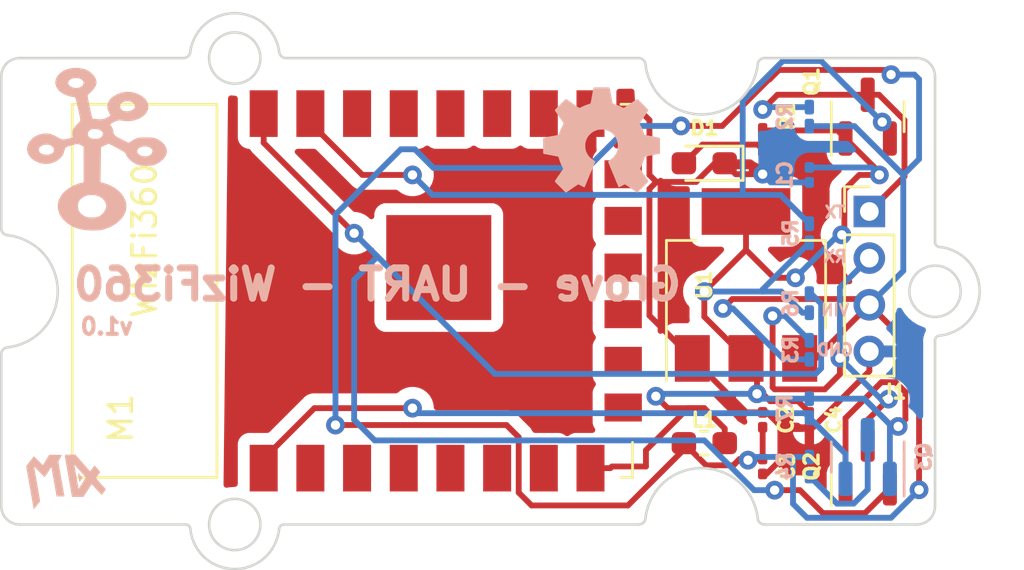
<source format=kicad_pcb>
(kicad_pcb (version 20211014) (generator pcbnew)
  (layers (0 "F.Cu" signal) (31 "B.Cu" signal) (34 "B.Paste" user) (35 "F.Paste" user) (36 "B.SilkS" user "B.Silkscreen") (37 "F.SilkS" user "F.Silkscreen") (38 "B.Mask" user) (39 "F.Mask" user) (44 "Edge.Cuts" user))
  (net 0 "")
  (net 1 "+3V3")
  (net 2 "GND")
  (net 3 "+5V")
  (net 4 "Net-(D1-Pad2)")
  (net 5 "RXD")
  (net 6 "TXD")
  (net 7 "W_RST")
  (net 25 "W_RXD")
  (net 26 "W_TXD")
  (net 27 "RST")
  (footprint "Package_TO_SOT_SMD:SOT-23" (layer "F.Cu") (at 152 105 90)
    (fp_text reference "Q1" (at 1.5 -2.4 90) (layer "F.SilkS") (effects (font (size 0.6 0.6))))
    (fp_text value "2N7002")
    (pad "1" smd roundrect (at -0.9375 -0.95 90) (size 1.475 0.6) (layers "F.Cu" "F.Paste" "F.Mask") (net 1 "+3V3"))
    (pad "2" smd roundrect (at -0.9375 0.95 90) (size 1.475 0.6) (layers "F.Cu" "F.Paste" "F.Mask") (net 25 "W_RXD"))
    (pad "3" smd roundrect (at 0.9375 0 90) (size 1.475 0.6) (layers "F.Cu" "F.Paste" "F.Mask") (net 5 "RXD"))
  )
  (footprint "Inductor_SMD:L_0603_1608Metric_Pad1.05x0.95mm_HandSolder" (layer "F.Cu") (at 145 119)
    (fp_text reference "L1" (at 0 -1) (layer "F.SilkS") (effects (font (size 0.6 0.6))))
    (fp_text value "HH-1M1608-\r")
    (pad "1" smd roundrect (at -0.875 0) (size 1.05 0.95) (layers "F.Cu" "F.Paste" "F.Mask") (net 3 "+5V"))
    (pad "2" smd roundrect (at 0.875 0) (size 1.05 0.95) (layers "F.Cu" "F.Paste" "F.Mask") (net 1 "+3V3"))
  )
  (footprint "Capacitor_SMD:C_0201_0603Metric" (layer "F.Cu") (at 149.5 118 -90)
    (fp_text reference "C4" (at 0 -1.05 90) (layer "F.SilkS") (effects (font (size 0.6 0.6))))
    (fp_text value "100nF")
    (pad "1" smd roundrect (at -0.32 0 270) (size 0.46 0.4) (layers "F.Cu" "F.Mask") (net 1 "+3V3"))
    (pad "2" smd roundrect (at 0.32 0 270) (size 0.46 0.4) (layers "F.Cu" "F.Mask") (net 2 "GND"))
  )
  (footprint "Package_TO_SOT_SMD:SOT-223-3_TabPin2" (layer "F.Cu") (at 146.7866 112.2176 90)
    (fp_text reference "U1" (at 0 -1.7866 90) (layer "F.SilkS") (effects (font (size 0.6 0.6))))
    (fp_text value "IL1117C")
    (pad "1" smd rect (at -3.15 -2.3 90) (size 2 1.5) (layers "F.Cu" "F.Paste" "F.Mask") (net 2 "GND"))
    (pad "2" smd rect (at 3.15 0 90) (size 2 3.8) (layers "F.Cu" "F.Paste" "F.Mask") (net 1 "+3V3"))
    (pad "2" smd rect (at -3.15 0 90) (size 2 1.5) (layers "F.Cu" "F.Paste" "F.Mask") (net 1 "+3V3"))
    (pad "3" smd rect (at -3.15 2.3 90) (size 2 1.5) (layers "F.Cu" "F.Paste" "F.Mask") (net 3 "+5V"))
  )
  (footprint "Capacitor_SMD:C_0201_0603Metric" (layer "F.Cu") (at 147.5 118 90)
    (fp_text reference "C2" (at 0 1 90) (layer "F.SilkS") (effects (font (size 0.6 0.6))))
    (fp_text value "100nF")
    (pad "1" smd roundrect (at -0.32 0 90) (size 0.46 0.4) (layers "F.Cu" "F.Mask") (net 3 "+5V"))
    (pad "2" smd roundrect (at 0.32 0 90) (size 0.46 0.4) (layers "F.Cu" "F.Mask") (net 2 "GND"))
  )
  (footprint "Capacitor_SMD:C_0201_0603Metric" (layer "F.Cu") (at 147.5 120 -90)
    (fp_text reference "C3" (at 0 -1.05 90) (layer "F.SilkS") (effects (font (size 0.6 0.6))))
    (fp_text value "100nF")
    (pad "1" smd roundrect (at -0.32 0 270) (size 0.46 0.4) (layers "F.Cu" "F.Mask") (net 3 "+5V") (clearance 0.18))
    (pad "2" smd roundrect (at 0.32 0 270) (size 0.46 0.4) (layers "F.Cu" "F.Mask") (net 2 "GND"))
  )
  (footprint "Package_TO_SOT_SMD:SOT-23" (layer "F.Cu") (at 152 120 90)
    (fp_text reference "Q2" (at 0 -2.4 90) (layer "F.SilkS") (effects (font (size 0.6 0.6))))
    (fp_text value "2N7002")
    (pad "1" smd roundrect (at -0.9375 -0.95 90) (size 1.475 0.6) (layers "F.Cu" "F.Paste" "F.Mask") (net 1 "+3V3"))
    (pad "2" smd roundrect (at -0.9375 0.95 90) (size 1.475 0.6) (layers "F.Cu" "F.Paste" "F.Mask") (net 26 "W_TXD"))
    (pad "3" smd roundrect (at 0.9375 0 90) (size 1.475 0.6) (layers "F.Cu" "F.Paste" "F.Mask") (net 6 "TXD"))
  )
  (footprint "WizNet:WizFi360-PA" (layer "F.Cu") (at 117.925 120.4712 90)
    (fp_text reference "M1" (at 2.54 2.075 90 unlocked) (layer "F.SilkS"))
    (fp_text value "WizFi360" (at 10.16 3.1 90 unlocked) (layer "F.SilkS"))
    (pad "" smd rect (at 9 15.7 90) (size 4.5 4.5) (layers "F.Cu" "F.Paste" "F.Mask"))
    (pad "1" smd rect (at 0.4 8.2 90) (size 2 1.2) (layers "F.Cu" "F.Paste" "F.Mask") (net 7 "W_RST"))
    (pad "2" smd rect (at 0.4 10.2 90) (size 2 1.2) (layers "F.Cu" "F.Paste" "F.Mask"))
    (pad "3" smd rect (at 0.4 12.2 90) (size 2 1.2) (layers "F.Cu" "F.Paste" "F.Mask"))
    (pad "4" smd rect (at 0.4 14.2 90) (size 2 1.2) (layers "F.Cu" "F.Paste" "F.Mask"))
    (pad "5" smd rect (at 0.4 16.2 90) (size 2 1.2) (layers "F.Cu" "F.Paste" "F.Mask"))
    (pad "6" smd rect (at 0.4 18.2 90) (size 2 1.2) (layers "F.Cu" "F.Paste" "F.Mask"))
    (pad "7" smd rect (at 0.4 20.2 90) (size 2 1.2) (layers "F.Cu" "F.Paste" "F.Mask"))
    (pad "8" smd rect (at 0.4 22.2 90) (size 2 1.2) (layers "F.Cu" "F.Paste" "F.Mask") (net 1 "+3V3"))
    (pad "9" smd rect (at 3 23.6 90) (size 1.2 1.6) (layers "F.Cu" "F.Paste" "F.Mask"))
    (pad "10" smd rect (at 5 23.6 90) (size 1.2 1.6) (layers "F.Cu" "F.Paste" "F.Mask"))
    (pad "11" smd rect (at 7 23.6 90) (size 1.2 1.6) (layers "F.Cu" "F.Paste" "F.Mask"))
    (pad "12" smd rect (at 9 23.6 90) (size 1.2 1.6) (layers "F.Cu" "F.Paste" "F.Mask"))
    (pad "13" smd rect (at 11 23.6 90) (size 1.2 1.6) (layers "F.Cu" "F.Paste" "F.Mask"))
    (pad "14" smd rect (at 13 23.6 90) (size 1.2 1.6) (layers "F.Cu" "F.Paste" "F.Mask"))
    (pad "15" smd rect (at 15.6 22.2 90) (size 2 1.2) (layers "F.Cu" "F.Paste" "F.Mask") (net 2 "GND"))
    (pad "16" smd rect (at 15.6 20.2 90) (size 2 1.2) (layers "F.Cu" "F.Paste" "F.Mask"))
    (pad "17" smd rect (at 15.6 18.2 90) (size 2 1.2) (layers "F.Cu" "F.Paste" "F.Mask"))
    (pad "18" smd rect (at 15.6 16.2 90) (size 2 1.2) (layers "F.Cu" "F.Paste" "F.Mask"))
    (pad "19" smd rect (at 15.6 14.2 90) (size 2 1.2) (layers "F.Cu" "F.Paste" "F.Mask"))
    (pad "20" smd rect (at 15.6 12.2 90) (size 2 1.2) (layers "F.Cu" "F.Paste" "F.Mask"))
    (pad "21" smd rect (at 15.6 10.2 90) (size 2 1.2) (layers "F.Cu" "F.Paste" "F.Mask") (net 25 "W_RXD"))
    (pad "22" smd rect (at 15.6 8.2 90) (size 2 1.2) (layers "F.Cu" "F.Paste" "F.Mask") (net 26 "W_TXD"))
  )
  (footprint "Connector_PinHeader_2.00mm:PinHeader_1x04_P2.00mm_Vertical" (layer "F.Cu") (at 152.0698 109.0676)
    (fp_text reference "J1" (at 1.06 7.7324) (layer "F.SilkS") (effects (font (size 0.6 0.6))))
    (fp_text value "Conn_Grove_UART")
    (pad "1" thru_hole rect (at 0 0) (size 1.35 1.35) (drill 0.8) (layers *.Cu *.Mask) (net 5 "RXD"))
    (pad "2" thru_hole oval (at 0 2) (size 1.35 1.35) (drill 0.8) (layers *.Cu *.Mask) (net 6 "TXD"))
    (pad "3" thru_hole oval (at 0 4) (size 1.35 1.35) (drill 0.8) (layers *.Cu *.Mask) (net 3 "+5V"))
    (pad "4" thru_hole oval (at 0 6) (size 1.35 1.35) (drill 0.8) (layers *.Cu *.Mask) (net 2 "GND"))
  )
  (footprint "LED_SMD:LED_0603_1608Metric_Pad1.05x0.95mm_HandSolder" (layer "F.Cu") (at 145 107 180)
    (fp_text reference "D1" (at 0 1.5) (layer "F.SilkS") (effects (font (size 0.6 0.6))))
    (fp_text value "LED")
    (pad "1" smd roundrect (at -0.875 0 180) (size 1.05 0.95) (layers "F.Cu" "F.Paste" "F.Mask") (net 2 "GND"))
    (pad "2" smd roundrect (at 0.875 0 180) (size 1.05 0.95) (layers "F.Cu" "F.Paste" "F.Mask") (net 4 "Net-(D1-Pad2)"))
  )
  (footprint "Resistor_SMD:R_0201_0603Metric_Pad0.64x0.40mm_HandSolder" (layer "F.Cu") (at 147.5 106 -90)
    (fp_text reference "R1" (at -1 -1.05 90) (layer "F.SilkS") (effects (font (size 0.6 0.6))))
    (fp_text value "330R")
    (pad "1" smd roundrect (at -0.4075 0 270) (size 0.635 0.4) (layers "F.Cu" "F.Mask") (net 1 "+3V3"))
    (pad "2" smd roundrect (at 0.4075 0 270) (size 0.635 0.4) (layers "F.Cu" "F.Mask") (net 4 "Net-(D1-Pad2)"))
  )
  (footprint "Resistor_SMD:R_0201_0603Metric_Pad0.64x0.40mm_HandSolder" (layer "B.Cu") (at 149.5 120 -90)
    (fp_text reference "R4" (at 0 1.05 90) (layer "B.SilkS") (effects (font (size 0.6 0.6)) (justify mirror)))
    (fp_text value "4.7k")
    (pad "1" smd roundrect (at -0.4075 0 270) (size 0.635 0.4) (layers "B.Cu" "B.Mask") (net 3 "+5V"))
    (pad "2" smd roundrect (at 0.4075 0 270) (size 0.635 0.4) (layers "B.Cu" "B.Mask") (net 27 "RST"))
  )
  (footprint "Resistor_SMD:R_0201_0603Metric_Pad0.64x0.40mm_HandSolder" (layer "B.Cu") (at 149.5 113 90)
    (fp_text reference "R6" (at 0 -0.8 90) (layer "B.SilkS") (effects (font (size 0.6 0.6)) (justify mirror)))
    (fp_text value "4.7k")
    (pad "1" smd roundrect (at -0.4075 0 90) (size 0.635 0.4) (layers "B.Cu" "B.Mask") (net 1 "+3V3"))
    (pad "2" smd roundrect (at 0.4075 0 90) (size 0.635 0.4) (layers "B.Cu" "B.Mask") (net 26 "W_TXD"))
  )
  (footprint "Resistor_SMD:R_0201_0603Metric_Pad0.64x0.40mm_HandSolder" (layer "B.Cu") (at 149.5 117.5 -90)
    (fp_text reference "R7" (at 0 1.05 -270) (layer "B.SilkS") (effects (font (size 0.6 0.6)) (justify mirror)))
    (fp_text value "4.7k")
    (pad "1" smd roundrect (at -0.4075 0 270) (size 0.635 0.4) (layers "B.Cu" "B.Mask") (net 1 "+3V3"))
    (pad "2" smd roundrect (at 0.4075 0 270) (size 0.635 0.4) (layers "B.Cu" "B.Mask") (net 7 "W_RST"))
  )
  (footprint "SilkScreen:AM" (layer "B.Cu") (at 117.6 120.6 180)
    (fp_text reference "G***" hide)
    (fp_text value "LOGO" hide)
  )
  (footprint "Resistor_SMD:R_0201_0603Metric_Pad0.64x0.40mm_HandSolder" (layer "B.Cu") (at 149.5 115 90)
    (fp_text reference "R3" (at 0 -0.8 90) (layer "B.SilkS") (effects (font (size 0.6 0.6)) (justify mirror)))
    (fp_text value "4.7k")
    (pad "1" smd roundrect (at -0.4075 0 90) (size 0.635 0.4) (layers "B.Cu" "B.Mask") (net 3 "+5V"))
    (pad "2" smd roundrect (at 0.4075 0 90) (size 0.635 0.4) (layers "B.Cu" "B.Mask") (net 6 "TXD"))
  )
  (footprint "SilkScreen:grove_logo" (layer "B.Cu") (at 119 106.4 180)
    (fp_text reference "***" hide)
    (fp_text value "LOGO" hide)
  )
  (footprint "Resistor_SMD:R_0201_0603Metric_Pad0.64x0.40mm_HandSolder" (layer "B.Cu") (at 149.5 110 90)
    (fp_text reference "R5" (at 0 -0.8 90) (layer "B.SilkS") (effects (font (size 0.6 0.6)) (justify mirror)))
    (fp_text value "4.7k")
    (pad "1" smd roundrect (at -0.4075 0 90) (size 0.635 0.4) (layers "B.Cu" "B.Mask") (net 1 "+3V3"))
    (pad "2" smd roundrect (at 0.4075 0 90) (size 0.635 0.4) (layers "B.Cu" "B.Mask") (net 25 "W_RXD"))
  )
  (footprint "Capacitor_SMD:C_0201_0603Metric" (layer "B.Cu") (at 149.5 107.5 -90)
    (fp_text reference "C1" (at 0 1.05 90) (layer "B.SilkS") (effects (font (size 0.6 0.6)) (justify mirror)))
    (fp_text value "100nF")
    (pad "1" smd roundrect (at -0.32 0 270) (size 0.46 0.4) (layers "B.Cu" "B.Mask") (net 1 "+3V3"))
    (pad "2" smd roundrect (at 0.32 0 270) (size 0.46 0.4) (layers "B.Cu" "B.Mask") (net 2 "GND"))
  )
  (footprint "Package_TO_SOT_SMD:SOT-23" (layer "B.Cu") (at 152 119.5934 90)
    (fp_text reference "Q3" (at 0 2.4 90) (layer "B.SilkS") (effects (font (size 0.6 0.6)) (justify mirror)))
    (fp_text value "2N7002")
    (pad "1" smd roundrect (at -0.9375 0.95 90) (size 1.475 0.6) (layers "B.Cu" "B.Paste" "B.Mask") (net 1 "+3V3"))
    (pad "2" smd roundrect (at -0.9375 -0.95 90) (size 1.475 0.6) (layers "B.Cu" "B.Paste" "B.Mask") (net 7 "W_RST"))
    (pad "3" smd roundrect (at 0.9375 0 90) (size 1.475 0.6) (layers "B.Cu" "B.Paste" "B.Mask") (net 27 "RST"))
  )
  (footprint "SilkScreen:OSH LOGO--" (layer "B.Cu") (at 140.6 106 180)
    (fp_text reference "G***" hide)
    (fp_text value "LOGO" hide)
  )
  (footprint "Resistor_SMD:R_0201_0603Metric_Pad0.64x0.40mm_HandSolder" (layer "B.Cu") (at 149.5 105 90)
    (fp_text reference "R2" (at 0 -1.05 90) (layer "B.SilkS") (effects (font (size 0.6 0.6)) (justify mirror)))
    (fp_text value "4.7k")
    (pad "1" smd roundrect (at -0.4075 0 90) (size 0.635 0.4) (layers "B.Cu" "B.Mask") (net 3 "+5V"))
    (pad "2" smd roundrect (at 0.4075 0 90) (size 0.635 0.4) (layers "B.Cu" "B.Mask") (net 5 "RXD"))
  )
  (gr_curve (pts (xy 154.8842 121.689) (xy 154.8842 119.32233) (xy 154.8842 116.95567) (xy 154.8842 114.589)) (layer "Edge.Cuts") (width 0.11))
  (gr_curve (pts (xy 114.8842 115.189) (xy 114.8842 117.35567) (xy 114.8842 119.52233) (xy 114.8842 121.689)) (layer "Edge.Cuts") (width 0.11))
  (gr_curve (pts (xy 155.0842 110.589) (xy 154.9723 110.59043) (xy 154.8828 110.50089) (xy 154.8842 110.389)) (layer "Edge.Cuts") (width 0.11))
  (gr_curve (pts (xy 147.2842 102.789) (xy 147.22185 103.32277) (xy 146.94206 103.91297) (xy 146.48818 104.30597)) (layer "Edge.Cuts") (width 0.11))
  (gr_curve (pts (xy 154.8842 114.589) (xy 154.8828 114.47711) (xy 154.9723 114.38757) (xy 155.0842 114.389)) (layer "Edge.Cuts") (width 0.11))
  (gr_curve (pts (xy 154.0842 122.489) (xy 154.3055 122.4894) (xy 154.5105 122.40484) (xy 154.6549 122.25971)) (layer "Edge.Cuts") (width 0.11))
  (gr_curve (pts (xy 123.6031 123.9121) (xy 123.9572 124.2374) (xy 124.4549 124.4031) (xy 124.8842 124.3996)) (layer "Edge.Cuts") (width 0.11))
  (gr_curve (pts (xy 142.1842 102.489) (xy 137.15087 102.489) (xy 132.11753 102.489) (xy 127.0842 102.489)) (layer "Edge.Cuts") (width 0.11))
  (gr_curve (pts (xy 122.9842 102.189) (xy 122.9863 102.3568) (xy 122.852 102.49115) (xy 122.6842 102.489)) (layer "Edge.Cuts") (width 0.11))
  (gr_curve (pts (xy 143.28022 104.30597) (xy 142.82634 103.91297) (xy 142.54655 103.32277) (xy 142.4842 102.789)) (layer "Edge.Cuts") (width 0.11))
  (gr_curve (pts (xy 126.7842 102.189) (xy 126.722 101.7744) (xy 126.4933 101.3239) (xy 126.136 101.024)) (layer "Edge.Cuts") (width 0.11))
  (gr_curve (pts (xy 115.1842 114.889) (xy 115.0164 114.88685) (xy 114.8821 115.02116) (xy 114.8842 115.189)) (layer "Edge.Cuts") (width 0.11))
  (gr_curve (pts (xy 122.7842 122.489) (xy 122.8961 122.48756) (xy 122.9856 122.5771) (xy 122.9842 122.689)) (layer "Edge.Cuts") (width 0.11))
  (gr_curve (pts (xy 114.8842 103.289) (xy 114.8842 105.45567) (xy 114.8842 107.62233) (xy 114.8842 109.789)) (layer "Edge.Cuts") (width 0.11))
  (gr_curve (pts (xy 154.6549 102.7183) (xy 154.5105 102.57317) (xy 154.3055 102.4886) (xy 154.0842 102.489)) (layer "Edge.Cuts") (width 0.11))
  (gr_curve (pts (xy 154.8842 103.289) (xy 154.8846 103.06773) (xy 154.8 102.86271) (xy 154.6549 102.7183)) (layer "Edge.Cuts") (width 0.11))
  (gr_curve (pts (xy 126.9842 122.489) (xy 132.05087 122.489) (xy 137.11753 122.489) (xy 142.1842 122.489)) (layer "Edge.Cuts") (width 0.11))
  (gr_curve (pts (xy 127.0842 102.489) (xy 126.9164 102.49115) (xy 126.7821 102.3568) (xy 126.7842 102.189)) (layer "Edge.Cuts") (width 0.11))
  (gr_curve (pts (xy 123.6324 101.024) (xy 123.2751 101.3239) (xy 123.0464 101.7744) (xy 122.9842 102.189)) (layer "Edge.Cuts") (width 0.11))
  (gr_curve (pts (xy 115.6842 102.489) (xy 115.4629 102.4886) (xy 115.2579 102.57316) (xy 115.1135 102.71829)) (layer "Edge.Cuts") (width 0.11))
  (gr_curve (pts (xy 156.3073 113.77014) (xy 156.6326 113.416027) (xy 156.7983 112.91831) (xy 156.7948 112.489)) (layer "Edge.Cuts") (width 0.11))
  (gr_curve (pts (xy 126.7842 122.689) (xy 126.7828 122.5771) (xy 126.8723 122.48757) (xy 126.9842 122.489)) (layer "Edge.Cuts") (width 0.11))
  (gr_curve (pts (xy 156.7948 112.489) (xy 156.7983 112.05969) (xy 156.6326 111.561973) (xy 156.3073 111.20786)) (layer "Edge.Cuts") (width 0.11))
  (gr_curve (pts (xy 147.5842 122.489) (xy 149.75087 122.489) (xy 151.9175 122.489) (xy 154.0842 122.489)) (layer "Edge.Cuts") (width 0.11))
  (gr_curve (pts (xy 117.3029 112.489) (xy 117.3072 113.026383) (xy 117.1028 113.64673) (xy 116.7012 114.09298)) (layer "Edge.Cuts") (width 0.11))
  (gr_curve (pts (xy 154.0842 102.489) (xy 151.9175 102.489) (xy 149.75087 102.489) (xy 147.5842 102.489)) (layer "Edge.Cuts") (width 0.11))
  (gr_curve (pts (xy 146.48818 120.67203) (xy 146.94206 121.06503) (xy 147.22185 121.65523) (xy 147.2842 122.189)) (layer "Edge.Cuts") (width 0.11))
  (gr_curve (pts (xy 147.2842 122.189) (xy 147.28205 122.35684) (xy 147.41636 122.4911) (xy 147.5842 122.489)) (layer "Edge.Cuts") (width 0.11))
  (gr_curve (pts (xy 115.6842 122.489) (xy 118.0509 122.489) (xy 120.4175 122.489) (xy 122.7842 122.489)) (layer "Edge.Cuts") (width 0.11))
  (gr_curve (pts (xy 124.8842 100.5655) (xy 124.4649 100.5623) (xy 123.9843 100.7178) (xy 123.6324 101.024)) (layer "Edge.Cuts") (width 0.11))
  (gr_curve (pts (xy 122.6842 102.489) (xy 120.3509 102.489) (xy 118.0175 102.489) (xy 115.6842 102.489)) (layer "Edge.Cuts") (width 0.11))
  (gr_curve (pts (xy 122.9842 122.689) (xy 123.0256 123.1163) (xy 123.2425 123.594) (xy 123.6031 123.9121)) (layer "Edge.Cuts") (width 0.11))
  (gr_curve (pts (xy 154.8842 110.389) (xy 154.8842 108.02233) (xy 154.8842 105.65567) (xy 154.8842 103.289)) (layer "Edge.Cuts") (width 0.11))
  (gr_curve (pts (xy 126.1653 123.9121) (xy 126.5259 123.594) (xy 126.7428 123.1163) (xy 126.7842 122.689)) (layer "Edge.Cuts") (width 0.11))
  (gr_curve (pts (xy 115.1842 110.089) (xy 115.718 110.15135) (xy 116.3082 110.43114) (xy 116.7012 110.88502)) (layer "Edge.Cuts") (width 0.11))
  (gr_curve (pts (xy 115.1135 102.71829) (xy 114.9684 102.86271) (xy 114.8838 103.06773) (xy 114.8842 103.289)) (layer "Edge.Cuts") (width 0.11))
  (gr_curve (pts (xy 154.6549 122.25971) (xy 154.8 122.11529) (xy 154.8846 121.91027) (xy 154.8842 121.689)) (layer "Edge.Cuts") (width 0.11))
  (gr_curve (pts (xy 144.8842 104.90772) (xy 144.34682 104.91204) (xy 143.72647 104.70761) (xy 143.28022 104.30597)) (layer "Edge.Cuts") (width 0.11))
  (gr_curve (pts (xy 144.8842 120.07028) (xy 145.42158 120.06596) (xy 146.04193 120.27039) (xy 146.48818 120.67203)) (layer "Edge.Cuts") (width 0.11))
  (gr_curve (pts (xy 142.4842 102.789) (xy 142.48635 102.62116) (xy 142.35204 102.4869) (xy 142.1842 102.489)) (layer "Edge.Cuts") (width 0.11))
  (gr_curve (pts (xy 146.48818 104.30597) (xy 146.04193 104.70761) (xy 145.42158 104.91204) (xy 144.8842 104.90772)) (layer "Edge.Cuts") (width 0.11))
  (gr_curve (pts (xy 156.3073 111.20786) (xy 155.9892 110.84731) (xy 155.5115 110.63037) (xy 155.0842 110.589)) (layer "Edge.Cuts") (width 0.11))
  (gr_circle (center 154.8842 112.489) (end 155.9842 112.489) (layer "Edge.Cuts") (width 0.11) (fill none))
  (gr_curve (pts (xy 124.8842 124.3996) (xy 125.3135 124.4031) (xy 125.8112 124.2374) (xy 126.1653 123.9121)) (layer "Edge.Cuts") (width 0.11))
  (gr_circle (center 124.8842 102.489) (end 125.9842 102.489) (layer "Edge.Cuts") (width 0.11) (fill none))
  (gr_curve (pts (xy 143.28022 120.67203) (xy 143.72647 120.27039) (xy 144.34682 120.06596) (xy 144.8842 120.07028)) (layer "Edge.Cuts") (width 0.11))
  (gr_circle (center 124.8842 122.489) (end 125.9842 122.489) (layer "Edge.Cuts") (width 0.11) (fill none))
  (gr_curve (pts (xy 126.136 101.024) (xy 125.7841 100.7178) (xy 125.3035 100.5623) (xy 124.8842 100.5655)) (layer "Edge.Cuts") (width 0.11))
  (gr_curve (pts (xy 115.1135 122.2597) (xy 115.2579 122.40483) (xy 115.4629 122.4894) (xy 115.6842 122.489)) (layer "Edge.Cuts") (width 0.11))
  (gr_curve (pts (xy 147.5842 102.489) (xy 147.41636 102.4868) (xy 147.28205 102.62116) (xy 147.2842 102.789)) (layer "Edge.Cuts") (width 0.11))
  (gr_curve (pts (xy 142.1842 122.489) (xy 142.35204 122.4912) (xy 142.48635 122.35684) (xy 142.4842 122.189)) (layer "Edge.Cuts") (width 0.11))
  (gr_curve (pts (xy 114.8842 121.689) (xy 114.8838 121.91027) (xy 114.9684 122.11529) (xy 115.1135 122.2597)) (layer "Edge.Cuts") (width 0.11))
  (gr_curve (pts (xy 116.7012 114.09298) (xy 116.3082 114.54686) (xy 115.718 114.82665) (xy 115.1842 114.889)) (layer "Edge.Cuts") (width 0.11))
  (gr_curve (pts (xy 114.8842 109.789) (xy 114.882 109.95684) (xy 115.0164 110.09115) (xy 115.1842 110.089)) (layer "Edge.Cuts") (width 0.11))
  (gr_curve (pts (xy 155.0842 114.389) (xy 155.5115 114.34763) (xy 155.9892 114.13069) (xy 156.3073 113.77014)) (layer "Edge.Cuts") (width 0.11))
  (gr_curve (pts (xy 116.7012 110.88502) (xy 117.1028 111.33127) (xy 117.3072 111.951617) (xy 117.3029 112.489)) (layer "Edge.Cuts") (width 0.11))
  (gr_curve (pts (xy 142.4842 122.189) (xy 142.54655 121.65523) (xy 142.82634 121.06503) (xy 143.28022 120.67203)) (layer "Edge.Cuts") (width 0.11))
  (gr_text "VIN" (at 150.6 113.3) (layer "B.SilkS") (effects (font (size 0.5 0.5) (thickness 0.1)) (justify mirror)))
  (gr_text "GND" (at 150.6 115) (layer "B.SilkS") (effects (font (size 0.5 0.5) (thickness 0.125)) (justify mirror)))
  (gr_text "v1.0" (at 119.4 114) (layer "B.SilkS") (effects (font (size 0.7 0.7) (thickness 0.175)) (justify mirror)))
  (gr_text "TX" (at 150.6 109.1) (layer "B.SilkS") (effects (font (size 0.5 0.5) (thickness 0.125)) (justify mirror)))
  (gr_text "Grove - UART - WizFi360" (at 131 112.2) (layer "B.SilkS") (effects (font (size 1.3 1.3) (thickness 0.3)) (justify mirror)))
  (gr_text "RX" (at 150.6 111) (layer "B.SilkS") (effects (font (size 0.5 0.5) (thickness 0.125)) (justify mirror)))
  (segment (start 147.257297 116.885653) (end 147.508409 116.885653) (width 0.25) (layer "F.Cu") (net 1))
  (segment (start 152.588671 116.386027) (end 151.05 117.924698) (width 0.25) (layer "F.Cu") (net 1))
  (segment (start 150.705 105.5925) (end 151.05 105.9375) (width 0.25) (layer "F.Cu") (net 1))
  (segment (start 148.904279 111.910261) (end 147.983461 111.910261) (width 0.25) (layer "F.Cu") (net 1))
  (segment (start 145 112.5) (end 146.7866 110.7134) (width 0.25) (layer "F.Cu") (net 1))
  (segment (start 152.5 107.3875) (end 151.05 105.9375) (width 0.25) (layer "F.Cu") (net 1))
  (segment (start 140.125 120.0712) (end 140.975 120.0712) (width 0.25) (layer "F.Cu") (net 1))
  (segment (start 147.257297 116.885653) (end 147.257297 115.838297) (width 0.25) (layer "F.Cu") (net 1))
  (segment (start 151 110) (end 150.962624 110) (width 0.25) (layer "F.Cu") (net 1))
  (segment (start 151.05 117.924698) (end 151.05 120.9375) (width 0.25) (layer "F.Cu") (net 1))
  (segment (start 142.5 119.304505) (end 144.304505 117.5) (width 0.25) (layer "F.Cu") (net 1))
  (segment (start 153.189281 116.386027) (end 152.588671 116.386027) (width 0.25) (layer "F.Cu") (net 1))
  (segment (start 152.5 107.5) (end 151.6374 107.5) (width 0.25) (layer "F.Cu") (net 1))
  (segment (start 146.7866 110.7134) (end 146.7866 109.0676) (width 0.25) (layer "F.Cu") (net 1))
  (segment (start 149.02 117.2) (end 149.5 117.68) (width 0.25) (layer "F.Cu") (net 1))
  (segment (start 150.962624 110) (end 150.892605 110.070019) (width 0.25) (layer "F.Cu") (net 1))
  (segment (start 145.875 118.375) (end 145.875 119) (width 0.25) (layer "F.Cu") (net 1))
  (segment (start 145 113.581) (end 145 112.5) (width 0.25) (layer "F.Cu") (net 1))
  (segment (start 145 117.5) (end 145.875 118.375) (width 0.25) (layer "F.Cu") (net 1))
  (segment (start 147.5 105.5925) (end 150.705 105.5925) (width 0.25) (layer "F.Cu") (net 1))
  (segment (start 147.983461 111.910261) (end 146.7866 110.7134) (width 0.25) (layer "F.Cu") (net 1))
  (segment (start 153.613976 116.810722) (end 153.189281 116.386027) (width 0.25) (layer "F.Cu") (net 1))
  (segment (start 143.434002 117.5) (end 142.924502 116.9905) (width 0.25) (layer "F.Cu") (net 1))
  (segment (start 141.0462 120) (end 142.5 120) (width 0.25) (layer "F.Cu") (net 1))
  (segment (start 146.7866 115.3676) (end 145 113.581) (width 0.25) (layer "F.Cu") (net 1))
  (segment (start 153.613976 117.97631) (end 153.613976 116.810722) (width 0.25) (layer "F.Cu") (net 1))
  (segment (start 152.5 107.5) (end 152.5 107.3875) (width 0.25) (layer "F.Cu") (net 1))
  (segment (start 147.257297 115.838297) (end 146.7866 115.3676) (width 0.25) (layer "F.Cu") (net 1))
  (segment (start 144.304505 117.5) (end 145 117.5) (width 0.25) (layer "F.Cu") (net 1))
  (segment (start 142.5 120) (end 142.5 119.304505) (width 0.25) (layer "F.Cu") (net 1))
  (segment (start 151.6374 107.5) (end 151 108.1374) (width 0.25) (layer "F.Cu") (net 1))
  (segment (start 153.306686 118.2836) (end 153.613976 117.97631) (width 0.25) (layer "F.Cu") (net 1))
  (segment (start 145 117.5) (end 143.434002 117.5) (width 0.25) (layer "F.Cu") (net 1))
  (segment (start 140.975 120.0712) (end 141.0462 120) (width 0.25) (layer "F.Cu") (net 1))
  (segment (start 147.508409 116.885653) (end 147.822756 117.2) (width 0.25) (layer "F.Cu") (net 1))
  (segment (start 147.822756 117.2) (end 149.02 117.2) (width 0.25) (layer "F.Cu") (net 1))
  (segment (start 151 108.1374) (end 151 110) (width 0.25) (layer "F.Cu") (net 1))
  (via (at 150.892605 110.070019) (size 0.8) (drill 0.4) (layers "F.Cu" "B.Cu") (net 1))
  (via (at 152.5 107.5) (size 0.8) (drill 0.4) (layers "F.Cu" "B.Cu") (net 1))
  (via (at 147.257297 116.885653) (size 0.8) (drill 0.4) (layers "F.Cu" "B.Cu") (net 1))
  (via (at 142.924502 116.9905) (size 0.8) (drill 0.4) (layers "F.Cu" "B.Cu") (net 1))
  (via (at 153.306686 118.2836) (size 0.8) (drill 0.4) (layers "F.Cu" "B.Cu") (net 1))
  (via (at 148.904279 111.910261) (size 0.8) (drill 0.4) (layers "F.Cu" "B.Cu") (net 1))
  (via (at 145 112.5) (size 0.8) (drill 0.4) (layers "F.Cu" "B.Cu") (net 1))
  (segment (start 145 112.5) (end 147.5 112.5) (width 0.25) (layer "B.Cu") (net 1))
  (segment (start 147.5 112.4075) (end 147.5 112.5) (width 0.25) (layer "B.Cu") (net 1))
  (segment (start 149.5 110.4075) (end 147.5 112.4075) (width 0.25) (layer "B.Cu") (net 1))
  (segment (start 143.029349 116.885653) (end 147.257297 116.885653) (width 0.25) (layer "B.Cu") (net 1))
  (segment (start 150.744521 110.070019) (end 148.904279 111.910261) (width 0.25) (layer "B.Cu") (net 1))
  (segment (start 153.036951 118.2836) (end 153.306686 118.2836) (width 0.25) (layer "B.Cu") (net 1))
  (segment (start 150.892605 110.070019) (end 150.744521 110.070019) (width 0.25) (layer "B.Cu") (net 1))
  (segment (start 149.205256 113.4075) (end 149.5 113.4075) (width 0.25) (layer "B.Cu") (net 1))
  (segment (start 151.845851 117.0925) (end 149.5 117.0925) (width 0.25) (layer "B.Cu") (net 1))
  (segment (start 151.845851 117.0925) (end 153.036951 118.2836) (width 0.25) (layer "B.Cu") (net 1))
  (segment (start 142.924502 116.9905) (end 143.029349 116.885653) (width 0.25) (layer "B.Cu") (net 1))
  (segment (start 152.18 107.18) (end 152.5 107.5) (width 0.25) (layer "B.Cu") (net 1))
  (segment (start 152.95 120.5309) (end 152.95 118.196649) (width 0.25) (layer "B.Cu") (net 1))
  (segment (start 147.464144 117.0925) (end 147.257297 116.885653) (width 0.25) (layer "B.Cu") (net 1))
  (segment (start 149.5 117.0925) (end 147.464144 117.0925) (width 0.25) (layer "B.Cu") (net 1))
  (segment (start 148.297756 112.5) (end 149.205256 113.4075) (width 0.25) (layer "B.Cu") (net 1))
  (segment (start 152.95 118.196649) (end 151.845851 117.0925) (width 0.25) (layer "B.Cu") (net 1))
  (segment (start 149.5 107.18) (end 152.18 107.18) (width 0.25) (layer "B.Cu") (net 1))
  (segment (start 147.5 112.5) (end 148.297756 112.5) (width 0.25) (layer "B.Cu") (net 1))
  (segment (start 146.799 117.68) (end 144.4866 115.3676) (width 0.25) (layer "F.Cu") (net 2))
  (segment (start 142.65 113.531) (end 142.65 108.1) (width 0.25) (layer "F.Cu") (net 2))
  (segment (start 142.65 107.5) (end 142.65 105.15) (width 0.25) (layer "F.Cu") (net 2))
  (segment (start 148.32 119.662756) (end 148.32 118.32) (width 0.25) (layer "F.Cu") (net 2))
  (segment (start 142.95 107.8) (end 142.65 107.5) (width 0.25) (layer "F.Cu") (net 2))
  (segment (start 147.5 107.468098) (end 146.343098 107.468098) (width 0.25) (layer "F.Cu") (net 2))
  (segment (start 145.445495 107) (end 144.645495 107.8) (width 0.25) (layer "F.Cu") (net 2))
  (segment (start 142.3712 104.8712) (end 140.125 104.8712) (width 0.25) (layer "F.Cu") (net 2))
  (segment (start 149.5 118.32) (end 148.32 118.32) (width 0.25) (layer "F.Cu") (net 2))
  (segment (start 144.645495 107.8) (end 142.95 107.8) (width 0.25) (layer "F.Cu") (net 2))
  (segment (start 149.662756 118.32) (end 152.0698 115.912956) (width 0.25) (layer "F.Cu") (net 2))
  (segment (start 147.68 117.68) (end 147.5 117.68) (width 0.25) (layer "F.Cu") (net 2))
  (segment (start 148.32 118.32) (end 147.68 117.68) (width 0.25) (layer "F.Cu") (net 2))
  (segment (start 145.875 107) (end 145.445495 107) (width 0.25) (layer "F.Cu") (net 2))
  (segment (start 142.65 105.15) (end 142.3712 104.8712) (width 0.25) (layer "F.Cu") (net 2))
  (segment (start 147.5 120.32) (end 147.662756 120.32) (width 0.25) (layer "F.Cu") (net 2))
  (segment (start 147.662756 120.32) (end 148.32 119.662756) (width 0.25) (layer "F.Cu") (net 2))
  (segment (start 152.0698 115.912956) (end 152.0698 115.0676) (width 0.25) (layer "F.Cu") (net 2))
  (segment (start 144.4866 115.3676) (end 142.65 113.531) (width 0.25) (layer "F.Cu") (net 2))
  (segment (start 147.5 117.68) (end 146.799 117.68) (width 0.25) (layer "F.Cu") (net 2))
  (segment (start 149.5 118.32) (end 149.662756 118.32) (width 0.25) (layer "F.Cu") (net 2))
  (segment (start 146.343098 107.468098) (end 145.875 107) (width 0.25) (layer "F.Cu") (net 2))
  (segment (start 142.65 108.1) (end 142.95 107.8) (width 0.25) (layer "F.Cu") (net 2))
  (via (at 147.5 107.468098) (size 0.8) (drill 0.4) (layers "F.Cu" "B.Cu") (net 2))
  (segment (start 149.5 107.82) (end 147.851902 107.82) (width 0.25) (layer "B.Cu") (net 2))
  (segment (start 147.851902 107.82) (end 147.5 107.468098) (width 0.25) (layer "B.Cu") (net 2))
  (segment (start 137.6 121.670702) (end 141.729298 121.670702) (width 0.25) (layer "F.Cu") (net 3))
  (segment (start 145.074868 119.949868) (end 144.125 119) (width 0.25) (layer "F.Cu") (net 3))
  (segment (start 147.8 103.4) (end 147.770195 103.4) (width 0.25) (layer "F.Cu") (net 3))
  (segment (start 146.245627 119.949868) (end 146.458327 119.737168) (width 0.25) (layer "F.Cu") (net 3))
  (segment (start 136.5283 118.2245) (end 137.05 118.7462) (width 0.25) (layer "F.Cu") (net 3))
  (segment (start 148.2 103) (end 147.8 103.4) (width 0.25) (layer "F.Cu") (net 3))
  (segment (start 137.05 118.7462) (end 137.05 121.120702) (width 0.25) (layer "F.Cu") (net 3))
  (segment (start 141.729298 121.670702) (end 144 119.4) (width 0.25) (layer "F.Cu") (net 3))
  (segment (start 129.2 118.2245) (end 136.5283 118.2245) (width 0.25) (layer "F.Cu") (net 3))
  (segment (start 145.8 113.2245) (end 146.203333 112.821167) (width 0.25) (layer "F.Cu") (net 3))
  (segment (start 146.515495 119.68) (end 146.245627 119.949868) (width 0.25) (layer "F.Cu") (net 3))
  (segment (start 147.5 119.68) (end 147.5 118.32) (width 0.25) (layer "F.Cu") (net 3))
  (segment (start 149.0866 115.3676) (end 149.7698 115.3676) (width 0.25) (layer "F.Cu") (net 3))
  (segment (start 146.458327 119.737168) (end 146.465847 119.729648) (width 0.25) (layer "F.Cu") (net 3))
  (segment (start 147.770195 103.4) (end 145.770195 105.4) (width 0.25) (layer "F.Cu") (net 3))
  (segment (start 146.465847 119.729648) (end 146.873334 119.729648) (width 0.25) (layer "F.Cu") (net 3))
  (segment (start 146.245627 119.949868) (end 145.074868 119.949868) (width 0.25) (layer "F.Cu") (net 3))
  (segment (start 147.5 119.68) (end 146.515495 119.68) (width 0.25) (layer "F.Cu") (net 3))
  (segment (start 145.770195 105.4) (end 144 105.4) (width 0.25) (layer "F.Cu") (net 3))
  (segment (start 146.458327 119.737168) (end 146.866854 119.737168) (width 0.25) (layer "F.Cu") (net 3))
  (segment (start 149.7698 115.3676) (end 152.0698 113.0676) (width 0.25) (layer "F.Cu") (net 3))
  (segment (start 154.2 115.1978) (end 154.2 121) (width 0.25) (layer "F.Cu") (net 3))
  (segment (start 151.823367 112.821167) (end 152.0698 113.0676) (width 0.25) (layer "F.Cu") (net 3))
  (segment (start 152.8 103) (end 148.2 103) (width 0.25) (layer "F.Cu") (net 3))
  (segment (start 146.203333 112.821167) (end 151.823367 112.821167) (width 0.25) (layer "F.Cu") (net 3))
  (segment (start 137.05 121.120702) (end 137.6 121.670702) (width 0.25) (layer "F.Cu") (net 3))
  (segment (start 152.0698 113.0676) (end 154.2 115.1978) (width 0.25) (layer "F.Cu") (net 3))
  (segment (start 153 103.2) (end 152.8 103) (width 0.25) (layer "F.Cu") (net 3))
  (via (at 145.8 113.2245) (size 0.8) (drill 0.4) (layers "F.Cu" "B.Cu") (net 3))
  (via (at 129.2 118.2245) (size 0.8) (drill 0.4) (layers "F.Cu" "B.Cu") (net 3))
  (via (at 144 105.4) (size 0.8) (drill 0.4) (layers "F.Cu" "B.Cu") (net 3))
  (via (at 154.2 121) (size 0.8) (drill 0.4) (layers "F.Cu" "B.Cu") (net 3))
  (via (at 146.873334 119.729648) (size 0.8) (drill 0.4) (layers "F.Cu" "B.Cu") (net 3))
  (via (at 153 103.2) (size 0.8) (drill 0.4) (layers "F.Cu" "B.Cu") (net 3))
  (segment (start 153.523401 107.498096) (end 154.2 106.821497) (width 0.25) (layer "B.Cu") (net 3))
  (segment (start 132.6 106.4) (end 132 106.4) (width 0.25) (layer "B.Cu") (net 3))
  (segment (start 154.2 106.821497) (end 154.2 103.4) (width 0.25) (layer "B.Cu") (net 3))
  (segment (start 153.523401 111.613999) (end 152.0698 113.0676) (width 0.25) (layer "B.Cu") (net 3))
  (segment (start 154.2 121) (end 153 122.2) (width 0.25) (layer "B.Cu") (net 3))
  (segment (start 153.523401 107.498096) (end 153.523401 111.613999) (width 0.25) (layer "B.Cu") (net 3))
  (segment (start 133.4 107.2) (end 132.6 106.4) (width 0.25) (layer "B.Cu") (net 3))
  (segment (start 132 106.4) (end 131.8 106.6) (width 0.25) (layer "B.Cu") (net 3))
  (segment (start 151.432805 105.4075) (end 153.523401 107.498096) (width 0.25) (layer "B.Cu") (net 3))
  (segment (start 129.2 109.2) (end 129.2 118.2245) (width 0.25) (layer "B.Cu") (net 3))
  (segment (start 148.4075 115.4075) (end 146.4 113.4) (width 0.25) (layer "B.Cu") (net 3))
  (segment (start 141.8 105.4) (end 140 107.2) (width 0.25) (layer "B.Cu") (net 3))
  (segment (start 146.2245 113.2245) (end 145.8 113.2245) (width 0.25) (layer "B.Cu") (net 3))
  (segment (start 146.4 113.4) (end 146.2245 113.2245) (width 0.25) (layer "B.Cu") (net 3))
  (segment (start 140 107.2) (end 137.2 107.2) (width 0.25) (layer "B.Cu") (net 3))
  (segment (start 154.2 103.4) (end 154 103.2) (width 0.25) (layer "B.Cu") (net 3))
  (segment (start 131.8 106.6) (end 129.2 109.2) (width 0.25) (layer "B.Cu") (net 3))
  (segment (start 147.010482 119.5925) (end 148.8075 119.5925) (width 0.25) (layer "B.Cu") (net 3))
  (segment (start 153 122.2) (end 149.4 122.2) (width 0.25) (layer "B.Cu") (net 3))
  (segment (start 149.5 105.4075) (end 151.432805 105.4075) (width 0.25) (layer "B.Cu") (net 3))
  (segment (start 148.8075 119.5925) (end 149.5 119.5925) (width 0.25) (layer "B.Cu") (net 3))
  (segment (start 148.8 119.6) (end 148.8075 119.5925) (width 0.25) (layer "B.Cu") (net 3))
  (segment (start 154 103.2) (end 153 103.2) (width 0.25) (layer "B.Cu") (net 3))
  (segment (start 148.8 121.6) (end 148.8 119.6) (width 0.25) (layer "B.Cu") (net 3))
  (segment (start 144 105.4) (end 141.8 105.4) (width 0.25) (layer "B.Cu") (net 3))
  (segment (start 149.5 115.4075) (end 148.4075 115.4075) (width 0.25) (layer "B.Cu") (net 3))
  (segment (start 146.873334 119.729648) (end 147.010482 119.5925) (width 0.25) (layer "B.Cu") (net 3))
  (segment (start 149.4 122.2) (end 148.8 121.6) (width 0.25) (layer "B.Cu") (net 3))
  (segment (start 137.2 107.2) (end 133.4 107.2) (width 0.25) (layer "B.Cu") (net 3))
  (segment (start 147.5 106.4075) (end 147.2925 106.2) (width 0.25) (layer "F.Cu") (net 4))
  (segment (start 144.925 106.2) (end 144.125 107) (width 0.25) (layer "F.Cu") (net 4))
  (segment (start 147.2925 106.2) (end 144.925 106.2) (width 0.25) (layer "F.Cu") (net 4))
  (segment (start 152.0698 109.0676) (end 153.575 107.5624) (width 0.25) (layer "F.Cu") (net 5))
  (segment (start 152.484251 104.0625) (end 152 104.0625) (width 0.25) (layer "F.Cu") (net 5))
  (segment (start 148.133 104.0625) (end 152 104.0625) (width 0.25) (layer "F.Cu") (net 5))
  (segment (start 153.575 107.5624) (end 153.575 105.153249) (width 0.25) (layer "F.Cu") (net 5))
  (segment (start 147.5 104.6955) (end 148.133 104.0625) (width 0.25) (layer "F.Cu") (net 5))
  (segment (start 153.575 105.153249) (end 152.484251 104.0625) (width 0.25) (layer "F.Cu") (net 5))
  (via (at 147.5 104.6955) (size 0.8) (drill 0.4) (layers "F.Cu" "B.Cu") (net 5))
  (segment (start 149.5 104.5925) (end 147.603 104.5925) (width 0.25) (layer "B.Cu") (net 5))
  (segment (start 147.603 104.5925) (end 147.5 104.6955) (width 0.25) (layer "B.Cu") (net 5))
  (segment (start 152 118.000003) (end 152.888976 117.111027) (width 0.25) (layer "F.Cu") (net 6))
  (segment (start 150.808499 116.045701) (end 150.1616 116.6926) (width 0.25) (layer "F.Cu") (net 6))
  (segment (start 150.808499 115.353499) (end 150.808499 116.045701) (width 0.25) (layer "F.Cu") (net 6))
  (segment (start 152 119.0625) (end 152 118.000003) (width 0.25) (layer "F.Cu") (net 6))
  (segment (start 150.1616 116.6926) (end 148.0116 116.6926) (width 0.25) (layer "F.Cu") (net 6))
  (segment (start 148.0116 116.6926) (end 147.926116 116.607116) (width 0.25) (layer "F.Cu") (net 6))
  (segment (start 147.926116 116.607116) (end 147.926116 113.546167) (width 0.25) (layer "F.Cu") (net 6))
  (via (at 152.888976 117.111027) (size 0.8) (drill 0.4) (layers "F.Cu" "B.Cu") (net 6))
  (via (at 150.808499 115.353499) (size 0.8) (drill 0.4) (layers "F.Cu" "B.Cu") (net 6))
  (via (at 147.926116 113.546167) (size 0.8) (drill 0.4) (layers "F.Cu" "B.Cu") (net 6))
  (segment (start 148.453667 113.546167) (end 149.5 114.5925) (width 0.25) (layer "B.Cu") (net 6))
  (segment (start 147.926116 113.546167) (end 148.453667 113.546167) (width 0.25) (layer "B.Cu") (net 6))
  (segment (start 152.566027 117.111027) (end 150.808499 115.353499) (width 0.25) (layer "B.Cu") (net 6))
  (segment (start 152.0698 111.0676) (end 150.808499 112.328901) (width 0.25) (layer "B.Cu") (net 6))
  (segment (start 150.808499 112.328901) (end 150.808499 115.353499) (width 0.25) (layer "B.Cu") (net 6))
  (segment (start 152.888976 117.111027) (end 152.566027 117.111027) (width 0.25) (layer "B.Cu") (net 6))
  (segment (start 126.125 120.0712) (end 126.125 119.6712) (width 0.25) (layer "F.Cu") (net 7))
  (segment (start 126.125 119.6712) (end 128.2962 117.5) (width 0.25) (layer "F.Cu") (net 7))
  (segment (start 128.2962 117.5) (end 132.5 117.5) (width 0.25) (layer "F.Cu") (net 7))
  (via (at 132.5 117.5) (size 0.8) (drill 0.4) (layers "F.Cu" "B.Cu") (net 7))
  (segment (start 151.05 119.4575) (end 149.5 117.9075) (width 0.25) (layer "B.Cu") (net 7))
  (segment (start 151.05 120.5309) (end 151.05 119.4575) (width 0.25) (layer "B.Cu") (net 7))
  (segment (start 132.5 117.5) (end 132.715 117.715) (width 0.25) (layer "B.Cu") (net 7))
  (segment (start 132.715 117.715) (end 149.3075 117.715) (width 0.25) (layer "B.Cu") (net 7))
  (segment (start 149.3075 117.715) (end 149.5 117.9075) (width 0.25) (layer "B.Cu") (net 7))
  (segment (start 152.95 105.9375) (end 152.95 105.561306) (width 0.25) (layer "F.Cu") (net 25))
  (segment (start 128.125 104.8712) (end 128.125 105.2712) (width 0.25) (layer "F.Cu") (net 25))
  (segment (start 130.3538 107.5) (end 132.5 107.5) (width 0.25) (layer "F.Cu") (net 25))
  (segment (start 152.95 105.561306) (end 152.621394 105.2327) (width 0.25) (layer "F.Cu") (net 25))
  (segment (start 128.125 105.2712) (end 130.3538 107.5) (width 0.25) (layer "F.Cu") (net 25))
  (via (at 132.5 107.5) (size 0.8) (drill 0.4) (layers "F.Cu" "B.Cu") (net 25))
  (via (at 152.621394 105.2327) (size 0.8) (drill 0.4) (layers "F.Cu" "B.Cu") (net 25))
  (segment (start 146.645 108.355) (end 148.2625 108.355) (width 0.25) (layer "B.Cu") (net 25))
  (segment (start 148.2625 108.355) (end 149.5 109.5925) (width 0.25) (layer "B.Cu") (net 25))
  (segment (start 150.002694 102.614) (end 148.364575 102.614) (width 0.25) (layer "B.Cu") (net 25))
  (segment (start 148.364575 102.614) (end 146.645 104.333575) (width 0.25) (layer "B.Cu") (net 25))
  (segment (start 146.645 104.333575) (end 146.645 108.355) (width 0.25) (layer "B.Cu") (net 25))
  (segment (start 133.355 108.355) (end 146.645 108.355) (width 0.25) (layer "B.Cu") (net 25))
  (segment (start 132.5 107.5) (end 133.355 108.355) (width 0.25) (layer "B.Cu") (net 25))
  (segment (start 152.621394 105.2327) (end 150.002694 102.614) (width 0.25) (layer "B.Cu") (net 25))
  (segment (start 149.094547 121.015711) (end 148.011426 121.015711) (width 0.25) (layer "F.Cu") (net 26))
  (segment (start 127.5 107.5) (end 130 110) (width 0.25) (layer "F.Cu") (net 26))
  (segment (start 151.8875 122) (end 150.078836 122) (width 0.25) (layer "F.Cu") (net 26))
  (segment (start 152.95 120.9375) (end 151.8875 122) (width 0.25) (layer "F.Cu") (net 26))
  (segment (start 126.125 106.125) (end 127.5 107.5) (width 0.25) (layer "F.Cu") (net 26))
  (segment (start 150.078836 122) (end 149.094547 121.015711) (width 0.25) (layer "F.Cu") (net 26))
  (segment (start 126.125 104.8712) (end 126.125 106.125) (width 0.25) (layer "F.Cu") (net 26))
  (via (at 148.011426 121.015711) (size 0.8) (drill 0.4) (layers "F.Cu" "B.Cu") (net 26))
  (via (at 130 110) (size 0.8) (drill 0.4) (layers "F.Cu" "B.Cu") (net 26))
  (segment (start 130 118) (end 130 112) (width 0.25) (layer "B.Cu") (net 26))
  (segment (start 147.134092 121.015711) (end 145 118.881619) (width 0.25) (layer "B.Cu") (net 26))
  (segment (start 131 111) (end 136.03 116.03) (width 0.25) (layer "B.Cu") (net 26))
  (segment (start 136.03 116.03) (end 149.767756 116.03) (width 0.25) (layer "B.Cu") (net 26))
  (segment (start 145 118.881619) (end 130.881619 118.881619) (width 0.25) (layer "B.Cu") (net 26))
  (segment (start 150.005 113.022244) (end 149.575256 112.5925) (width 0.25) (layer "B.Cu") (net 26))
  (segment (start 149.767756 116.03) (end 150.005 115.792756) (width 0.25) (layer "B.Cu") (net 26))
  (segment (start 150.005 115.792756) (end 150.005 113.022244) (width 0.25) (layer "B.Cu") (net 26))
  (segment (start 130 112) (end 131 111) (width 0.25) (layer "B.Cu") (net 26))
  (segment (start 130.881619 118.881619) (end 130 118) (width 0.25) (layer "B.Cu") (net 26))
  (segment (start 148.011426 121.015711) (end 147.134092 121.015711) (width 0.25) (layer "B.Cu") (net 26))
  (segment (start 130 110) (end 131 111) (width 0.25) (layer "B.Cu") (net 26))
  (segment (start 149.575256 112.5925) (end 149.5 112.5925) (width 0.25) (layer "B.Cu") (net 26))
  (segment (start 149.5 120.4075) (end 150.6859 121.5934) (width 0.25) (layer "B.Cu") (net 27))
  (segment (start 150.6859 121.5934) (end 151.396751 121.5934) (width 0.25) (layer "B.Cu") (net 27))
  (segment (start 151.396751 121.5934) (end 152 120.990151) (width 0.25) (layer "B.Cu") (net 27))
  (segment (start 152 120.990151) (end 152 118.6559) (width 0.25) (layer "B.Cu") (net 27))
  (zone (net 2) (net_name "GND") (layer "F.Cu") (connect_pads (clearance 0.508)) (min_thickness 0.254) (fill yes (thermal_gap 0.508) (thermal_bridge_width 0.508))
    (polygon (pts (xy 156.8 123) (xy 143 122.8) (xy 143 102.4) (xy 156.4 102.4)))
  )
  (zone (net 2) (net_name "GND") (layer "F.Cu") (connect_pads (clearance 0.508)) (min_thickness 0.254) (fill yes (thermal_gap 0.508) (thermal_bridge_width 0.508))
    (polygon (pts (xy 143 121) (xy 124.4 121.2) (xy 124.6 104) (xy 142 103.8)))
  )
  (zone (net 2) (net_name "GND") (layer "B.Cu") (connect_pads (clearance 0.508)) (min_thickness 0.254) (fill yes (thermal_gap 0.508) (thermal_bridge_width 0.508))
    (polygon (pts (xy 155 123.4) (xy 147.6 123.4) (xy 147.2 100) (xy 154.2 100)))
  )
)
</source>
